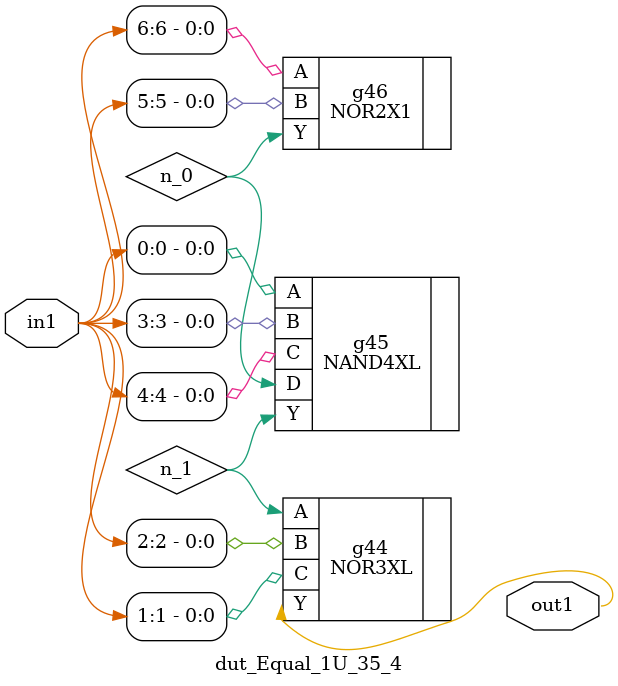
<source format=v>
`timescale 1ps / 1ps


module dut_Equal_1U_35_4(in1, out1);
  input [6:0] in1;
  output out1;
  wire [6:0] in1;
  wire out1;
  wire n_0, n_1;
  NOR3XL g44(.A (n_1), .B (in1[2]), .C (in1[1]), .Y (out1));
  NAND4XL g45(.A (in1[0]), .B (in1[3]), .C (in1[4]), .D (n_0), .Y
       (n_1));
  NOR2X1 g46(.A (in1[6]), .B (in1[5]), .Y (n_0));
endmodule



</source>
